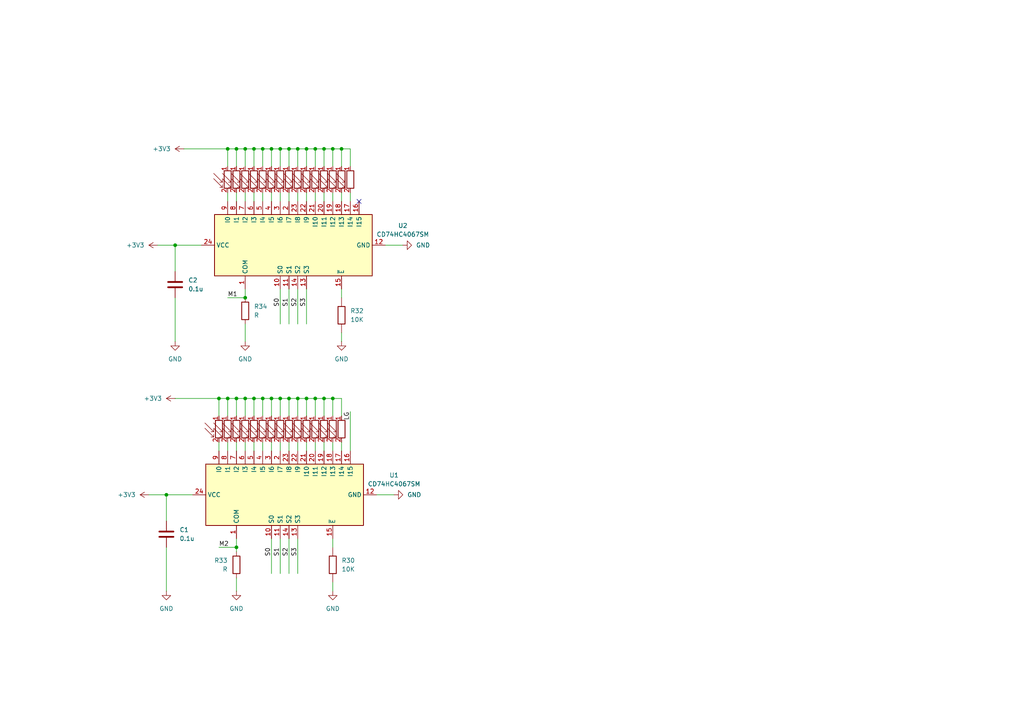
<source format=kicad_sch>
(kicad_sch (version 20231120) (generator "eeschema") (generator_version "8.0")
  (paper "A4")
  (lib_symbols
    (symbol "+3V3_1" (power) (pin_numbers hide) (pin_names (offset 0) hide)
      (property "Value" "+3V3" (at 0 3.556 0))
      (symbol "+3V3_1_0_1"
        (polyline (pts (xy -0.762 1.27) (xy 0 2.54)))
        (polyline (pts (xy 0 0) (xy 0 2.54)))
        (polyline (pts (xy 0 2.54) (xy 0.762 1.27)))
      )
      (symbol "+3V3_1_1_1"
        (pin power_in line (at 0 0 90) (length 0) (name "~") (number "1"))
      )
    )
    (symbol "74xx:CD74HC4067SM"
      (property "Reference" "U" (at -8.89 22.86 0))
      (property "Value" "CD74HC4067SM" (at 1.27 22.86 0))
      (symbol "CD74HC4067SM_0_1"
        (rectangle (start -8.89 21.59) (end 8.89 -24.13) (stroke (width 0.254)) (fill (type background)))
      )
      (symbol "CD74HC4067SM_1_1"
        (pin passive line (at -12.7 12.7 0) (length 3.81) (name "COM") (number "1"))
        (pin input line (at -12.7 2.54 0) (length 3.81) (name "S0") (number "10"))
        (pin input line (at -12.7 0 0) (length 3.81) (name "S1") (number "11"))
        (pin power_in line (at 0 -27.94 90) (length 3.81) (name "GND") (number "12"))
        (pin input line (at -12.7 -5.08 0) (length 3.81) (name "S3") (number "13"))
        (pin input line (at -12.7 -2.54 0) (length 3.81) (name "S2") (number "14"))
        (pin input line (at -12.7 -15.24 0) (length 3.81) (name "~{E}") (number "15"))
        (pin passive line (at 12.7 -20.32 180) (length 3.81) (name "I15") (number "16"))
        (pin passive line (at 12.7 -17.78 180) (length 3.81) (name "I14") (number "17"))
        (pin passive line (at 12.7 -15.24 180) (length 3.81) (name "I13") (number "18"))
        (pin passive line (at 12.7 -12.7 180) (length 3.81) (name "I12") (number "19"))
        (pin passive line (at 12.7 0 180) (length 3.81) (name "I7") (number "2"))
        (pin passive line (at 12.7 -10.16 180) (length 3.81) (name "I11") (number "20"))
        (pin passive line (at 12.7 -7.62 180) (length 3.81) (name "I10") (number "21"))
        (pin passive line (at 12.7 -5.08 180) (length 3.81) (name "I9") (number "22"))
        (pin passive line (at 12.7 -2.54 180) (length 3.81) (name "I8") (number "23"))
        (pin power_in line (at 0 25.4 270) (length 3.81) (name "VCC") (number "24"))
        (pin passive line (at 12.7 2.54 180) (length 3.81) (name "I6") (number "3"))
        (pin passive line (at 12.7 5.08 180) (length 3.81) (name "I5") (number "4"))
        (pin passive line (at 12.7 7.62 180) (length 3.81) (name "I4") (number "5"))
        (pin passive line (at 12.7 10.16 180) (length 3.81) (name "I3") (number "6"))
        (pin passive line (at 12.7 12.7 180) (length 3.81) (name "I2") (number "7"))
        (pin passive line (at 12.7 15.24 180) (length 3.81) (name "I1") (number "8"))
        (pin passive line (at 12.7 17.78 180) (length 3.81) (name "I0") (number "9"))
      )
    )
    (symbol "Device (Modified):ALS-PT19"
      (property "Reference" "R" (at 2.54 0 0))
      (property "LCSC" "C146233" (at 0 -19.05 0))
      (symbol "ALS-PT19_0_1"
        (rectangle (start -1.016 2.54) (end 1.016 -2.54) (stroke (width 0.254)))
        (polyline (pts (xy -1.524 -2.286) (xy -4.064 0.254)))
        (polyline (pts (xy -1.524 -2.286) (xy -2.286 -2.286)))
        (polyline (pts (xy -1.524 -2.286) (xy -1.524 -1.524)))
        (polyline (pts (xy -1.524 -0.762) (xy -4.064 1.778)))
        (polyline (pts (xy -1.524 -0.762) (xy -2.286 -0.762)))
        (polyline (pts (xy -1.524 -0.762) (xy -1.524 0)))
      )
      (symbol "ALS-PT19_1_1"
        (pin passive line (at 0 3.81 270) (length 1.27) (name "~") (number "1"))
        (pin passive line (at 0 -3.81 90) (length 1.27) (name "~") (number "2"))
      )
    )
    (symbol "Device:C" (pin_numbers hide) (pin_names (offset 0.254))
      (property "Reference" "C" (at 0.635 2.54 0))
      (property "Value" "C" (at 0.635 -2.54 0))
      (symbol "C_0_1"
        (polyline (pts (xy -2.032 -0.762) (xy 2.032 -0.762)) (stroke (width 0.508)))
        (polyline (pts (xy -2.032 0.762) (xy 2.032 0.762)) (stroke (width 0.508)))
      )
      (symbol "C_1_1"
        (pin passive line (at 0 3.81 270) (length 2.794) (name "~") (number "1"))
        (pin passive line (at 0 -3.81 90) (length 2.794) (name "~") (number "2"))
      )
    )
    (symbol "Device:R" (pin_numbers hide) (pin_names (offset 0))
      (property "Reference" "R" (at 2.032 0 90))
      (property "Value" "R" (at 0 0 90))
      (symbol "R_0_1"
        (rectangle (start -1.016 -2.54) (end 1.016 2.54) (stroke (width 0.254)))
      )
      (symbol "R_1_1"
        (pin passive line (at 0 3.81 270) (length 1.27) (name "~") (number "1"))
        (pin passive line (at 0 -3.81 90) (length 1.27) (name "~") (number "2"))
      )
    )
    (symbol "power:+3V3" (power) (pin_numbers hide) (pin_names (offset 0) hide)
      (property "Value" "+3V3" (at 0 3.556 0))
      (symbol "+3V3_0_1"
        (polyline (pts (xy -0.762 1.27) (xy 0 2.54)))
        (polyline (pts (xy 0 0) (xy 0 2.54)))
        (polyline (pts (xy 0 2.54) (xy 0.762 1.27)))
      )
      (symbol "+3V3_1_1"
        (pin power_in line (at 0 0 90) (length 0) (name "~") (number "1"))
      )
    )
    (symbol "power:GND" (power) (pin_numbers hide) (pin_names (offset 0) hide)
      (property "Value" "GND" (at 0 -3.81 0))
      (symbol "GND_0_1"
        (polyline (pts (xy 0 0) (xy 0 -1.27) (xy 1.27 -1.27) (xy 0 -2.54) (xy -1.27 -1.27) (xy 0 -1.27)))
      )
      (symbol "GND_1_1"
        (pin power_in line (at 0 0 270) (length 0) (name "~") (number "1"))
      )
    )
    (symbol "vincent:R" (pin_numbers hide) (pin_names hide)
      (property "Reference" "R" (at 0 2.54 0))
      (property "Value" "Resistor" (at 0 -2.54 0))
      (symbol "R_0_1"
        (rectangle (start 2.54 -1.016) (end -2.54 1.016) (stroke (width 0.254)))
      )
      (symbol "R_1_1"
        (pin passive line (at -5.08 0 0) (length 2.54) (name "~") (number "1"))
        (pin passive line (at 5.08 0 180) (length 2.54) (name "~") (number "2"))
      )
    )
  )
  (junction (at 83.82 43.18))
  (junction (at 81.28 43.18))
  (junction (at 66.04 115.57))
  (junction (at 76.2 43.18))
  (junction (at 91.44 43.18))
  (junction (at 88.9 115.57))
  (junction (at 68.58 43.18))
  (junction (at 86.36 43.18))
  (junction (at 81.28 115.57))
  (junction (at 71.12 86.36))
  (junction (at 99.06 43.18))
  (junction (at 88.9 43.18))
  (junction (at 73.66 43.18))
  (junction (at 76.2 115.57))
  (junction (at 50.8 71.12))
  (junction (at 96.52 115.57))
  (junction (at 71.12 43.18))
  (junction (at 63.5 115.57))
  (junction (at 68.58 115.57))
  (junction (at 66.04 43.18))
  (junction (at 71.12 115.57))
  (junction (at 78.74 43.18))
  (junction (at 93.98 43.18))
  (junction (at 86.36 115.57))
  (junction (at 93.98 115.57))
  (junction (at 91.44 115.57))
  (junction (at 73.66 115.57))
  (junction (at 96.52 43.18))
  (junction (at 78.74 115.57))
  (junction (at 83.82 115.57))
  (junction (at 68.58 158.75))
  (junction (at 48.26 143.51))
  (no_connect (at 104.14 58.42))
  (wire (pts (xy 83.82 48.26) (xy 83.82 43.18)))
  (wire (pts (xy 88.9 83.82) (xy 88.9 93.98)))
  (wire (pts (xy 63.5 115.57) (xy 66.04 115.57)))
  (wire (pts (xy 96.52 115.57) (xy 96.52 120.65)))
  (wire (pts (xy 71.12 115.57) (xy 73.66 115.57)))
  (wire (pts (xy 78.74 115.57) (xy 81.28 115.57)))
  (wire (pts (xy 48.26 143.51) (xy 55.88 143.51)))
  (wire (pts (xy 83.82 83.82) (xy 83.82 93.98)))
  (wire (pts (xy 96.52 128.27) (xy 96.52 130.81)))
  (wire (pts (xy 73.66 43.18) (xy 76.2 43.18)))
  (wire (pts (xy 96.52 43.18) (xy 99.06 43.18)))
  (wire (pts (xy 73.66 115.57) (xy 76.2 115.57)))
  (wire (pts (xy 93.98 115.57) (xy 93.98 120.65)))
  (wire (pts (xy 86.36 55.88) (xy 86.36 58.42)))
  (wire (pts (xy 63.5 128.27) (xy 63.5 130.81)))
  (wire (pts (xy 88.9 43.18) (xy 88.9 48.26)))
  (wire (pts (xy 101.6 119.38) (xy 101.6 130.81)))
  (wire (pts (xy 99.06 43.18) (xy 99.06 48.26)))
  (wire (pts (xy 81.28 128.27) (xy 81.28 130.81)))
  (wire (pts (xy 66.04 43.18) (xy 66.04 48.26)))
  (wire (pts (xy 78.74 55.88) (xy 78.74 58.42)))
  (wire (pts (xy 91.44 115.57) (xy 93.98 115.57)))
  (wire (pts (xy 78.74 128.27) (xy 78.74 130.81)))
  (wire (pts (xy 76.2 55.88) (xy 76.2 58.42)))
  (wire (pts (xy 63.5 115.57) (xy 63.5 120.65)))
  (wire (pts (xy 88.9 55.88) (xy 88.9 58.42)))
  (wire (pts (xy 76.2 115.57) (xy 76.2 120.65)))
  (wire (pts (xy 68.58 156.21) (xy 68.58 158.75)))
  (wire (pts (xy 78.74 43.18) (xy 78.74 48.26)))
  (wire (pts (xy 66.04 115.57) (xy 66.04 120.65)))
  (wire (pts (xy 76.2 115.57) (xy 78.74 115.57)))
  (wire (pts (xy 96.52 168.91) (xy 96.52 171.45)))
  (wire (pts (xy 76.2 43.18) (xy 76.2 48.26)))
  (wire (pts (xy 86.36 83.82) (xy 86.36 93.98)))
  (wire (pts (xy 73.66 115.57) (xy 73.66 120.65)))
  (wire (pts (xy 50.8 71.12) (xy 50.8 78.74)))
  (wire (pts (xy 63.5 158.75) (xy 68.58 158.75)))
  (wire (pts (xy 66.04 115.57) (xy 68.58 115.57)))
  (wire (pts (xy 81.28 43.18) (xy 81.28 48.26)))
  (wire (pts (xy 93.98 115.57) (xy 96.52 115.57)))
  (wire (pts (xy 83.82 115.57) (xy 83.82 120.65)))
  (wire (pts (xy 111.76 71.12) (xy 116.84 71.12)))
  (wire (pts (xy 86.36 115.57) (xy 86.36 120.65)))
  (wire (pts (xy 50.8 86.36) (xy 50.8 99.06)))
  (wire (pts (xy 88.9 115.57) (xy 88.9 120.65)))
  (wire (pts (xy 99.06 128.27) (xy 99.06 130.81)))
  (wire (pts (xy 93.98 128.27) (xy 93.98 130.81)))
  (wire (pts (xy 81.28 115.57) (xy 81.28 120.65)))
  (wire (pts (xy 91.44 43.18) (xy 93.98 43.18)))
  (wire (pts (xy 81.28 83.82) (xy 81.28 93.98)))
  (wire (pts (xy 99.06 83.82) (xy 99.06 86.36)))
  (wire (pts (xy 88.9 115.57) (xy 91.44 115.57)))
  (wire (pts (xy 68.58 43.18) (xy 71.12 43.18)))
  (wire (pts (xy 68.58 43.18) (xy 68.58 48.26)))
  (wire (pts (xy 91.44 43.18) (xy 91.44 48.26)))
  (wire (pts (xy 66.04 128.27) (xy 66.04 130.81)))
  (wire (pts (xy 76.2 43.18) (xy 78.74 43.18)))
  (wire (pts (xy 86.36 128.27) (xy 86.36 130.81)))
  (wire (pts (xy 68.58 55.88) (xy 68.58 58.42)))
  (wire (pts (xy 88.9 43.18) (xy 91.44 43.18)))
  (wire (pts (xy 93.98 48.26) (xy 93.98 43.18)))
  (wire (pts (xy 48.26 143.51) (xy 48.26 151.13)))
  (wire (pts (xy 86.36 43.18) (xy 86.36 48.26)))
  (wire (pts (xy 93.98 43.18) (xy 96.52 43.18)))
  (wire (pts (xy 86.36 43.18) (xy 88.9 43.18)))
  (wire (pts (xy 50.8 71.12) (xy 58.42 71.12)))
  (wire (pts (xy 68.58 167.64) (xy 68.58 171.45)))
  (wire (pts (xy 73.66 128.27) (xy 73.66 130.81)))
  (wire (pts (xy 66.04 43.18) (xy 68.58 43.18)))
  (wire (pts (xy 71.12 93.98) (xy 71.12 99.06)))
  (wire (pts (xy 53.34 43.18) (xy 66.04 43.18)))
  (wire (pts (xy 83.82 43.18) (xy 86.36 43.18)))
  (wire (pts (xy 71.12 115.57) (xy 71.12 120.65)))
  (wire (pts (xy 99.06 115.57) (xy 99.06 120.65)))
  (wire (pts (xy 93.98 55.88) (xy 93.98 58.42)))
  (wire (pts (xy 71.12 128.27) (xy 71.12 130.81)))
  (wire (pts (xy 66.04 86.36) (xy 71.12 86.36)))
  (wire (pts (xy 66.04 55.88) (xy 66.04 58.42)))
  (wire (pts (xy 83.82 156.21) (xy 83.82 166.37)))
  (wire (pts (xy 91.44 115.57) (xy 91.44 120.65)))
  (wire (pts (xy 99.06 96.52) (xy 99.06 99.06)))
  (wire (pts (xy 78.74 156.21) (xy 78.74 166.37)))
  (wire (pts (xy 86.36 115.57) (xy 88.9 115.57)))
  (wire (pts (xy 68.58 128.27) (xy 68.58 130.81)))
  (wire (pts (xy 81.28 156.21) (xy 81.28 166.37)))
  (wire (pts (xy 81.28 55.88) (xy 81.28 58.42)))
  (wire (pts (xy 99.06 55.88) (xy 99.06 58.42)))
  (wire (pts (xy 71.12 83.82) (xy 71.12 86.36)))
  (wire (pts (xy 45.72 71.12) (xy 50.8 71.12)))
  (wire (pts (xy 76.2 128.27) (xy 76.2 130.81)))
  (wire (pts (xy 73.66 48.26) (xy 73.66 43.18)))
  (wire (pts (xy 91.44 128.27) (xy 91.44 130.81)))
  (wire (pts (xy 81.28 43.18) (xy 83.82 43.18)))
  (wire (pts (xy 91.44 55.88) (xy 91.44 58.42)))
  (wire (pts (xy 43.18 143.51) (xy 48.26 143.51)))
  (wire (pts (xy 86.36 156.21) (xy 86.36 166.37)))
  (wire (pts (xy 101.6 55.88) (xy 101.6 58.42)))
  (wire (pts (xy 96.52 115.57) (xy 99.06 115.57)))
  (wire (pts (xy 96.52 43.18) (xy 96.52 48.26)))
  (wire (pts (xy 68.58 115.57) (xy 71.12 115.57)))
  (wire (pts (xy 71.12 43.18) (xy 73.66 43.18)))
  (wire (pts (xy 71.12 55.88) (xy 71.12 58.42)))
  (wire (pts (xy 99.06 43.18) (xy 101.6 43.18)))
  (wire (pts (xy 48.26 158.75) (xy 48.26 171.45)))
  (wire (pts (xy 81.28 115.57) (xy 83.82 115.57)))
  (wire (pts (xy 96.52 55.88) (xy 96.52 58.42)))
  (wire (pts (xy 50.8 115.57) (xy 63.5 115.57)))
  (wire (pts (xy 68.58 115.57) (xy 68.58 120.65)))
  (wire (pts (xy 83.82 115.57) (xy 86.36 115.57)))
  (wire (pts (xy 96.52 156.21) (xy 96.52 158.75)))
  (wire (pts (xy 101.6 43.18) (xy 101.6 48.26)))
  (wire (pts (xy 78.74 43.18) (xy 81.28 43.18)))
  (wire (pts (xy 68.58 158.75) (xy 68.58 160.02)))
  (wire (pts (xy 73.66 55.88) (xy 73.66 58.42)))
  (wire (pts (xy 88.9 128.27) (xy 88.9 130.81)))
  (wire (pts (xy 109.22 143.51) (xy 114.3 143.51)))
  (wire (pts (xy 71.12 43.18) (xy 71.12 48.26)))
  (wire (pts (xy 78.74 115.57) (xy 78.74 120.65)))
  (wire (pts (xy 83.82 128.27) (xy 83.82 130.81)))
  (wire (pts (xy 83.82 55.88) (xy 83.82 58.42)))
  (label "M2" (at 63.5 158.75 0))
  (label "S1" (at 81.28 158.75 270))
  (label "S0" (at 81.28 86.36 270))
  (label "M1" (at 66.04 86.36 0))
  (label "S3" (at 88.9 86.36 270))
  (label "LG" (at 101.6 119.38 270))
  (label "S0" (at 78.74 158.75 270))
  (label "S3" (at 86.36 158.75 270))
  (label "S2" (at 86.36 86.36 270))
  (label "S2" (at 83.82 158.75 270))
  (label "S1" (at 83.82 86.36 270))
  (symbol (lib_id "power:GND") (at 50.8 99.06 0) (unit 1)
    (property "Reference" "#PWR05" (effects (hide yes)))
    (property "Value" "GND" (at 50.8 104.14 0))
  )
  (symbol (lib_id "Device (Modified):ALS-PT19") (at 99.06 52.07 0) (unit 1)
    (property "Reference" "R14" (effects (hide yes)))
    (property "Value" "C146233" (effects (hide yes)))
    (property "Footprint" "2025:ALS-PT19 (Top Side)" (effects (hide yes)))
    (property "Datasheet" "https://datasheet.lcsc.com/lcsc/1806131537_Everlight-Elec-ALS-PT19-315C-L177-TR8_C146233.pdf" (effects (hide yes)))
    (property "LCSC" "C146233" (effects (hide yes)))
  )
  (symbol (lib_id "power:GND") (at 114.3 143.51 90) (unit 1)
    (property "Reference" "#PWR013" (effects (hide yes)))
    (property "Value" "GND" (at 118.11 143.5099 90) (effects (justify right)))
  )
  (symbol (lib_id "Device (Modified):ALS-PT19") (at 88.9 124.46 0) (unit 1)
    (property "Reference" "R26" (effects (hide yes)))
    (property "Value" "C146233" (effects (hide yes)))
    (property "Footprint" "2025:ALS-PT19 (Top Side)" (effects (hide yes)))
    (property "Datasheet" "https://datasheet.lcsc.com/lcsc/1806131537_Everlight-Elec-ALS-PT19-315C-L177-TR8_C146233.pdf" (effects (hide yes)))
    (property "LCSC" "C146233" (effects (hide yes)))
  )
  (symbol (lib_id "power:+3V3") (at 45.72 71.12 90) (unit 1)
    (property "Reference" "#PWR03" (effects (hide yes)))
    (property "Value" "+3V3" (at 41.91 71.1199 90) (effects (justify left)))
  )
  (symbol (lib_id "Device (Modified):ALS-PT19") (at 96.52 124.46 0) (unit 1)
    (property "Reference" "R29" (effects (hide yes)))
    (property "Value" "C146233" (effects (hide yes)))
    (property "Footprint" "2025:ALS-PT19 (Top Side)" (effects (hide yes)))
    (property "Datasheet" "https://datasheet.lcsc.com/lcsc/1806131537_Everlight-Elec-ALS-PT19-315C-L177-TR8_C146233.pdf" (effects (hide yes)))
    (property "LCSC" "C146233" (effects (hide yes)))
  )
  (symbol (lib_id "Device (Modified):ALS-PT19") (at 93.98 124.46 0) (unit 1)
    (property "Reference" "R28" (effects (hide yes)))
    (property "Value" "C146233" (effects (hide yes)))
    (property "Footprint" "2025:ALS-PT19 (Top Side)" (effects (hide yes)))
    (property "Datasheet" "https://datasheet.lcsc.com/lcsc/1806131537_Everlight-Elec-ALS-PT19-315C-L177-TR8_C146233.pdf" (effects (hide yes)))
    (property "LCSC" "C146233" (effects (hide yes)))
  )
  (symbol (lib_id "Device (Modified):ALS-PT19") (at 81.28 124.46 0) (unit 1)
    (property "Reference" "R23" (effects (hide yes)))
    (property "Value" "C146233" (effects (hide yes)))
    (property "Footprint" "2025:ALS-PT19 (Top Side)" (effects (hide yes)))
    (property "Datasheet" "https://datasheet.lcsc.com/lcsc/1806131537_Everlight-Elec-ALS-PT19-315C-L177-TR8_C146233.pdf" (effects (hide yes)))
    (property "LCSC" "C146233" (effects (hide yes)))
  )
  (symbol (lib_id "Device (Modified):ALS-PT19") (at 73.66 124.46 0) (unit 1)
    (property "Reference" "R20" (effects (hide yes)))
    (property "Value" "C146233" (effects (hide yes)))
    (property "Footprint" "2025:ALS-PT19 (Top Side)" (effects (hide yes)))
    (property "Datasheet" "https://datasheet.lcsc.com/lcsc/1806131537_Everlight-Elec-ALS-PT19-315C-L177-TR8_C146233.pdf" (effects (hide yes)))
    (property "LCSC" "C146233" (effects (hide yes)))
  )
  (symbol (lib_id "Device (Modified):ALS-PT19") (at 83.82 52.07 0) (unit 1)
    (property "Reference" "R8" (effects (hide yes)))
    (property "Value" "C146233" (effects (hide yes)))
    (property "Footprint" "2025:ALS-PT19 (Top Side)" (effects (hide yes)))
    (property "Datasheet" "https://datasheet.lcsc.com/lcsc/1806131537_Everlight-Elec-ALS-PT19-315C-L177-TR8_C146233.pdf" (effects (hide yes)))
    (property "LCSC" "C146233" (effects (hide yes)))
  )
  (symbol (lib_id "74xx:CD74HC4067SM") (at 83.82 71.12 90) (unit 1)
    (property "Reference" "U2" (at 116.84 65.4449 90))
    (property "Value" "CD74HC4067SM" (at 116.84 67.9849 90))
    (property "Footprint" "Package_SO:SSOP-24_5.3x8.2mm_P0.65mm" (effects (hide yes)))
    (property "Datasheet" "http://www.ti.com/lit/ds/symlink/cd74hc4067.pdf" (effects (hide yes)))
    (property "Description" "High-Speed CMOS Logic 16-Channel Analog Multiplexer/Demultiplexer, SSOP-24" (effects (hide yes)))
  )
  (symbol (lib_id "Device (Modified):ALS-PT19") (at 86.36 52.07 0) (unit 1)
    (property "Reference" "R9" (effects (hide yes)))
    (property "Value" "C146233" (effects (hide yes)))
    (property "Footprint" "2025:ALS-PT19 (Top Side)" (effects (hide yes)))
    (property "Datasheet" "https://datasheet.lcsc.com/lcsc/1806131537_Everlight-Elec-ALS-PT19-315C-L177-TR8_C146233.pdf" (effects (hide yes)))
    (property "LCSC" "C146233" (effects (hide yes)))
  )
  (symbol (lib_id "Device:C") (at 50.8 82.55 0) (unit 1)
    (property "Reference" "C2" (at 54.61 81.28 0) (effects (justify left)))
    (property "Value" "0.1u" (at 54.61 83.82 0) (effects (justify left)))
    (property "Footprint" "2025:cap0603" (effects (hide yes)))
    (property "LCSC" "C5463924" (effects (hide yes)))
  )
  (symbol (lib_id "power:GND") (at 68.58 171.45 0) (unit 1)
    (property "Reference" "#PWR08" (effects (hide yes)))
    (property "Value" "GND" (at 68.58 176.53 0))
  )
  (symbol (lib_name "+3V3_1") (lib_id "power:+3V3") (at 50.8 115.57 90) (unit 1)
    (property "Reference" "#PWR06" (effects (hide yes)))
    (property "Value" "+3V3" (at 46.99 115.5699 90) (effects (justify left)))
    (property "Description" "Power symbol creates a global label with name \"+3V3\"" (effects (hide yes)))
  )
  (symbol (lib_id "Device (Modified):ALS-PT19") (at 71.12 124.46 0) (unit 1)
    (property "Reference" "R19" (effects (hide yes)))
    (property "Value" "C146233" (effects (hide yes)))
    (property "Footprint" "2025:ALS-PT19 (Top Side)" (effects (hide yes)))
    (property "Datasheet" "https://datasheet.lcsc.com/lcsc/1806131537_Everlight-Elec-ALS-PT19-315C-L177-TR8_C146233.pdf" (effects (hide yes)))
    (property "LCSC" "C146233" (effects (hide yes)))
  )
  (symbol (lib_id "vincent:R") (at 96.52 163.83 90) (unit 1)
    (property "Reference" "R30" (at 99.06 162.5599 90) (effects (justify right)))
    (property "Value" "10K" (at 99.06 165.0999 90) (effects (justify right)))
    (property "Footprint" "2025:res0603" (effects (hide yes)))
    (property "LCSC" "C25804" (effects (hide yes)))
  )
  (symbol (lib_id "power:GND") (at 96.52 171.45 0) (unit 1)
    (property "Reference" "#PWR010" (effects (hide yes)))
    (property "Value" "GND" (at 96.52 176.53 0))
  )
  (symbol (lib_id "Device (Modified):ALS-PT19") (at 88.9 52.07 0) (unit 1)
    (property "Reference" "R10" (effects (hide yes)))
    (property "Value" "C146233" (effects (hide yes)))
    (property "Footprint" "2025:ALS-PT19 (Top Side)" (effects (hide yes)))
    (property "Datasheet" "https://datasheet.lcsc.com/lcsc/1806131537_Everlight-Elec-ALS-PT19-315C-L177-TR8_C146233.pdf" (effects (hide yes)))
    (property "LCSC" "C146233" (effects (hide yes)))
  )
  (symbol (lib_id "Device:R") (at 71.12 90.17 0) (unit 1)
    (property "Reference" "R34" (at 73.66 88.8999 0) (effects (justify left)))
    (property "Value" "R" (at 73.66 91.4399 0) (effects (justify left)))
    (property "Footprint" "2025:res0603" (effects (hide yes)))
    (property "Description" "Resistor" (effects (hide yes)))
  )
  (symbol (lib_id "vincent:R") (at 99.06 91.44 90) (unit 1)
    (property "Reference" "R32" (at 101.6 90.1699 90) (effects (justify right)))
    (property "Value" "10K" (at 101.6 92.7099 90) (effects (justify right)))
    (property "Footprint" "2025:res0603" (effects (hide yes)))
    (property "LCSC" "C25804" (effects (hide yes)))
  )
  (symbol (lib_id "Device (Modified):ALS-PT19") (at 68.58 124.46 0) (unit 1)
    (property "Reference" "R18" (effects (hide yes)))
    (property "Value" "C146233" (effects (hide yes)))
    (property "Footprint" "2025:ALS-PT19 (Top Side)" (effects (hide yes)))
    (property "Datasheet" "https://datasheet.lcsc.com/lcsc/1806131537_Everlight-Elec-ALS-PT19-315C-L177-TR8_C146233.pdf" (effects (hide yes)))
    (property "LCSC" "C146233" (effects (hide yes)))
  )
  (symbol (lib_id "Device (Modified):ALS-PT19") (at 81.28 52.07 0) (unit 1)
    (property "Reference" "R7" (effects (hide yes)))
    (property "Value" "C146233" (effects (hide yes)))
    (property "Footprint" "2025:ALS-PT19 (Top Side)" (effects (hide yes)))
    (property "Datasheet" "https://datasheet.lcsc.com/lcsc/1806131537_Everlight-Elec-ALS-PT19-315C-L177-TR8_C146233.pdf" (effects (hide yes)))
    (property "LCSC" "C146233" (effects (hide yes)))
  )
  (symbol (lib_id "Device (Modified):ALS-PT19") (at 86.36 124.46 0) (unit 1)
    (property "Reference" "R25" (effects (hide yes)))
    (property "Value" "C146233" (effects (hide yes)))
    (property "Footprint" "2025:ALS-PT19 (Top Side)" (effects (hide yes)))
    (property "Datasheet" "https://datasheet.lcsc.com/lcsc/1806131537_Everlight-Elec-ALS-PT19-315C-L177-TR8_C146233.pdf" (effects (hide yes)))
    (property "LCSC" "C146233" (effects (hide yes)))
  )
  (symbol (lib_id "Device:R") (at 68.58 163.83 0) (mirror y) (unit 1)
    (property "Reference" "R33" (at 66.04 162.5599 0) (effects (justify left)))
    (property "Value" "R" (at 66.04 165.0999 0) (effects (justify left)))
    (property "Footprint" "2025:res0603" (effects (hide yes)))
    (property "Description" "Resistor" (effects (hide yes)))
  )
  (symbol (lib_id "Device (Modified):ALS-PT19") (at 99.06 124.46 0) (unit 1)
    (property "Reference" "R31" (effects (hide yes)))
    (property "Value" "C146233" (effects (hide yes)))
    (property "Footprint" "2025:ALS-PT19 (Top Side)" (effects (hide yes)))
    (property "Datasheet" "https://datasheet.lcsc.com/lcsc/1806131537_Everlight-Elec-ALS-PT19-315C-L177-TR8_C146233.pdf" (effects (hide yes)))
    (property "LCSC" "C146233" (effects (hide yes)))
  )
  (symbol (lib_id "Device (Modified):ALS-PT19") (at 76.2 52.07 0) (unit 1)
    (property "Reference" "R5" (effects (hide yes)))
    (property "Value" "C146233" (effects (hide yes)))
    (property "Footprint" "2025:ALS-PT19 (Top Side)" (effects (hide yes)))
    (property "Datasheet" "https://datasheet.lcsc.com/lcsc/1806131537_Everlight-Elec-ALS-PT19-315C-L177-TR8_C146233.pdf" (effects (hide yes)))
    (property "LCSC" "C146233" (effects (hide yes)))
  )
  (symbol (lib_id "Device (Modified):ALS-PT19") (at 96.52 52.07 0) (unit 1)
    (property "Reference" "R13" (effects (hide yes)))
    (property "Value" "C146233" (effects (hide yes)))
    (property "Footprint" "2025:ALS-PT19 (Top Side)" (effects (hide yes)))
    (property "Datasheet" "https://datasheet.lcsc.com/lcsc/1806131537_Everlight-Elec-ALS-PT19-315C-L177-TR8_C146233.pdf" (effects (hide yes)))
    (property "LCSC" "C146233" (effects (hide yes)))
  )
  (symbol (lib_id "Device (Modified):ALS-PT19") (at 66.04 124.46 0) (unit 1)
    (property "Reference" "R17" (effects (hide yes)))
    (property "Value" "C146233" (effects (hide yes)))
    (property "Footprint" "2025:ALS-PT19 (Top Side)" (effects (hide yes)))
    (property "Datasheet" "https://datasheet.lcsc.com/lcsc/1806131537_Everlight-Elec-ALS-PT19-315C-L177-TR8_C146233.pdf" (effects (hide yes)))
    (property "LCSC" "C146233" (effects (hide yes)))
  )
  (symbol (lib_id "Device (Modified):ALS-PT19") (at 73.66 52.07 0) (unit 1)
    (property "Reference" "R4" (effects (hide yes)))
    (property "Value" "C146233" (effects (hide yes)))
    (property "Footprint" "2025:ALS-PT19 (Top Side)" (effects (hide yes)))
    (property "Datasheet" "https://datasheet.lcsc.com/lcsc/1806131537_Everlight-Elec-ALS-PT19-315C-L177-TR8_C146233.pdf" (effects (hide yes)))
    (property "LCSC" "C146233" (effects (hide yes)))
  )
  (symbol (lib_id "Device (Modified):ALS-PT19") (at 68.58 52.07 0) (unit 1)
    (property "Reference" "R2" (effects (hide yes)))
    (property "Value" "C146233" (effects (hide yes)))
    (property "Footprint" "2025:ALS-PT19 (Top Side)" (effects (hide yes)))
    (property "Datasheet" "https://datasheet.lcsc.com/lcsc/1806131537_Everlight-Elec-ALS-PT19-315C-L177-TR8_C146233.pdf" (effects (hide yes)))
    (property "LCSC" "C146233" (effects (hide yes)))
  )
  (symbol (lib_id "power:GND") (at 116.84 71.12 90) (unit 1)
    (property "Reference" "#PWR014" (effects (hide yes)))
    (property "Value" "GND" (at 120.65 71.1199 90) (effects (justify right)))
  )
  (symbol (lib_id "power:GND") (at 48.26 171.45 0) (unit 1)
    (property "Reference" "#PWR04" (effects (hide yes)))
    (property "Value" "GND" (at 48.26 176.53 0))
  )
  (symbol (lib_id "power:GND") (at 99.06 99.06 0) (unit 1)
    (property "Reference" "#PWR012" (effects (hide yes)))
    (property "Value" "GND" (at 99.06 104.14 0))
  )
  (symbol (lib_id "Device (Modified):ALS-PT19") (at 93.98 52.07 0) (unit 1)
    (property "Reference" "R12" (effects (hide yes)))
    (property "Value" "C146233" (effects (hide yes)))
    (property "Footprint" "2025:ALS-PT19 (Top Side)" (effects (hide yes)))
    (property "Datasheet" "https://datasheet.lcsc.com/lcsc/1806131537_Everlight-Elec-ALS-PT19-315C-L177-TR8_C146233.pdf" (effects (hide yes)))
    (property "LCSC" "C146233" (effects (hide yes)))
  )
  (symbol (lib_id "Device (Modified):ALS-PT19") (at 83.82 124.46 0) (unit 1)
    (property "Reference" "R24" (effects (hide yes)))
    (property "Value" "C146233" (effects (hide yes)))
    (property "Footprint" "2025:ALS-PT19 (Top Side)" (effects (hide yes)))
    (property "Datasheet" "https://datasheet.lcsc.com/lcsc/1806131537_Everlight-Elec-ALS-PT19-315C-L177-TR8_C146233.pdf" (effects (hide yes)))
    (property "LCSC" "C146233" (effects (hide yes)))
  )
  (symbol (lib_id "Device (Modified):ALS-PT19") (at 63.5 124.46 0) (unit 1)
    (property "Reference" "R16" (effects (hide yes)))
    (property "Value" "C146233" (effects (hide yes)))
    (property "Footprint" "2025:ALS-PT19 (Top Side)" (effects (hide yes)))
    (property "Datasheet" "https://datasheet.lcsc.com/lcsc/1806131537_Everlight-Elec-ALS-PT19-315C-L177-TR8_C146233.pdf" (effects (hide yes)))
    (property "LCSC" "C146233" (effects (hide yes)))
  )
  (symbol (lib_id "power:+3V3") (at 43.18 143.51 90) (unit 1)
    (property "Reference" "#PWR02" (effects (hide yes)))
    (property "Value" "+3V3" (at 39.37 143.5099 90) (effects (justify left)))
  )
  (symbol (lib_id "power:GND") (at 71.12 99.06 0) (unit 1)
    (property "Reference" "#PWR09" (effects (hide yes)))
    (property "Value" "GND" (at 71.12 104.14 0))
  )
  (symbol (lib_id "Device (Modified):ALS-PT19") (at 101.6 52.07 0) (unit 1)
    (property "Reference" "R15" (effects (hide yes)))
    (property "Value" "C146233" (effects (hide yes)))
    (property "Footprint" "2025:ALS-PT19 (Top Side)" (effects (hide yes)))
    (property "Datasheet" "https://datasheet.lcsc.com/lcsc/1806131537_Everlight-Elec-ALS-PT19-315C-L177-TR8_C146233.pdf" (effects (hide yes)))
    (property "LCSC" "C146233" (effects (hide yes)))
  )
  (symbol (lib_id "Device (Modified):ALS-PT19") (at 91.44 52.07 0) (unit 1)
    (property "Reference" "R11" (effects (hide yes)))
    (property "Value" "C146233" (effects (hide yes)))
    (property "Footprint" "2025:ALS-PT19 (Top Side)" (effects (hide yes)))
    (property "Datasheet" "https://datasheet.lcsc.com/lcsc/1806131537_Everlight-Elec-ALS-PT19-315C-L177-TR8_C146233.pdf" (effects (hide yes)))
    (property "LCSC" "C146233" (effects (hide yes)))
  )
  (symbol (lib_id "Device (Modified):ALS-PT19") (at 71.12 52.07 0) (unit 1)
    (property "Reference" "R3" (effects (hide yes)))
    (property "Value" "C146233" (effects (hide yes)))
    (property "Footprint" "2025:ALS-PT19 (Top Side)" (effects (hide yes)))
    (property "Datasheet" "https://datasheet.lcsc.com/lcsc/1806131537_Everlight-Elec-ALS-PT19-315C-L177-TR8_C146233.pdf" (effects (hide yes)))
    (property "LCSC" "C146233" (effects (hide yes)))
  )
  (symbol (lib_id "Device (Modified):ALS-PT19") (at 91.44 124.46 0) (unit 1)
    (property "Reference" "R27" (effects (hide yes)))
    (property "Value" "C146233" (effects (hide yes)))
    (property "Footprint" "2025:ALS-PT19 (Top Side)" (effects (hide yes)))
    (property "Datasheet" "https://datasheet.lcsc.com/lcsc/1806131537_Everlight-Elec-ALS-PT19-315C-L177-TR8_C146233.pdf" (effects (hide yes)))
    (property "LCSC" "C146233" (effects (hide yes)))
  )
  (symbol (lib_id "Device (Modified):ALS-PT19") (at 78.74 52.07 0) (unit 1)
    (property "Reference" "R6" (effects (hide yes)))
    (property "Value" "C146233" (effects (hide yes)))
    (property "Footprint" "2025:ALS-PT19 (Top Side)" (effects (hide yes)))
    (property "Datasheet" "https://datasheet.lcsc.com/lcsc/1806131537_Everlight-Elec-ALS-PT19-315C-L177-TR8_C146233.pdf" (effects (hide yes)))
    (property "LCSC" "C146233" (effects (hide yes)))
  )
  (symbol (lib_id "Device:C") (at 48.26 154.94 0) (unit 1)
    (property "Reference" "C1" (at 52.07 153.67 0) (effects (justify left)))
    (property "Value" "0.1u" (at 52.07 156.21 0) (effects (justify left)))
    (property "Footprint" "2025:cap0603" (effects (hide yes)))
    (property "LCSC" "C5463924" (effects (hide yes)))
  )
  (symbol (lib_name "+3V3_1") (lib_id "power:+3V3") (at 53.34 43.18 90) (unit 1)
    (property "Reference" "#PWR07" (effects (hide yes)))
    (property "Value" "+3V3" (at 49.53 43.1799 90) (effects (justify left)))
    (property "Description" "Power symbol creates a global label with name \"+3V3\"" (effects (hide yes)))
  )
  (symbol (lib_id "Device (Modified):ALS-PT19") (at 78.74 124.46 0) (unit 1)
    (property "Reference" "R22" (effects (hide yes)))
    (property "Value" "C146233" (effects (hide yes)))
    (property "Footprint" "2025:ALS-PT19 (Top Side)" (effects (hide yes)))
    (property "Datasheet" "https://datasheet.lcsc.com/lcsc/1806131537_Everlight-Elec-ALS-PT19-315C-L177-TR8_C146233.pdf" (effects (hide yes)))
    (property "LCSC" "C146233" (effects (hide yes)))
  )
  (symbol (lib_id "Device (Modified):ALS-PT19") (at 76.2 124.46 0) (unit 1)
    (property "Reference" "R21" (effects (hide yes)))
    (property "Value" "C146233" (effects (hide yes)))
    (property "Footprint" "2025:ALS-PT19 (Top Side)" (effects (hide yes)))
    (property "Datasheet" "https://datasheet.lcsc.com/lcsc/1806131537_Everlight-Elec-ALS-PT19-315C-L177-TR8_C146233.pdf" (effects (hide yes)))
    (property "LCSC" "C146233" (effects (hide yes)))
  )
  (symbol (lib_id "Device (Modified):ALS-PT19") (at 66.04 52.07 0) (unit 1)
    (property "Reference" "R1" (effects (hide yes)))
    (property "Value" "C146233" (effects (hide yes)))
    (property "Footprint" "2025:ALS-PT19 (Top Side)" (effects (hide yes)))
    (property "Datasheet" "https://datasheet.lcsc.com/lcsc/1806131537_Everlight-Elec-ALS-PT19-315C-L177-TR8_C146233.pdf" (effects (hide yes)))
    (property "LCSC" "C146233" (effects (hide yes)))
  )
  (symbol (lib_id "74xx:CD74HC4067SM") (at 81.28 143.51 90) (unit 1)
    (property "Reference" "U1" (at 114.3 137.8349 90))
    (property "Value" "CD74HC4067SM" (at 114.3 140.3749 90))
    (property "Footprint" "Package_SO:SSOP-24_5.3x8.2mm_P0.65mm" (effects (hide yes)))
    (property "Datasheet" "http://www.ti.com/lit/ds/symlink/cd74hc4067.pdf" (effects (hide yes)))
    (property "Description" "High-Speed CMOS Logic 16-Channel Analog Multiplexer/Demultiplexer, SSOP-24" (effects (hide yes)))
  )
)
</source>
